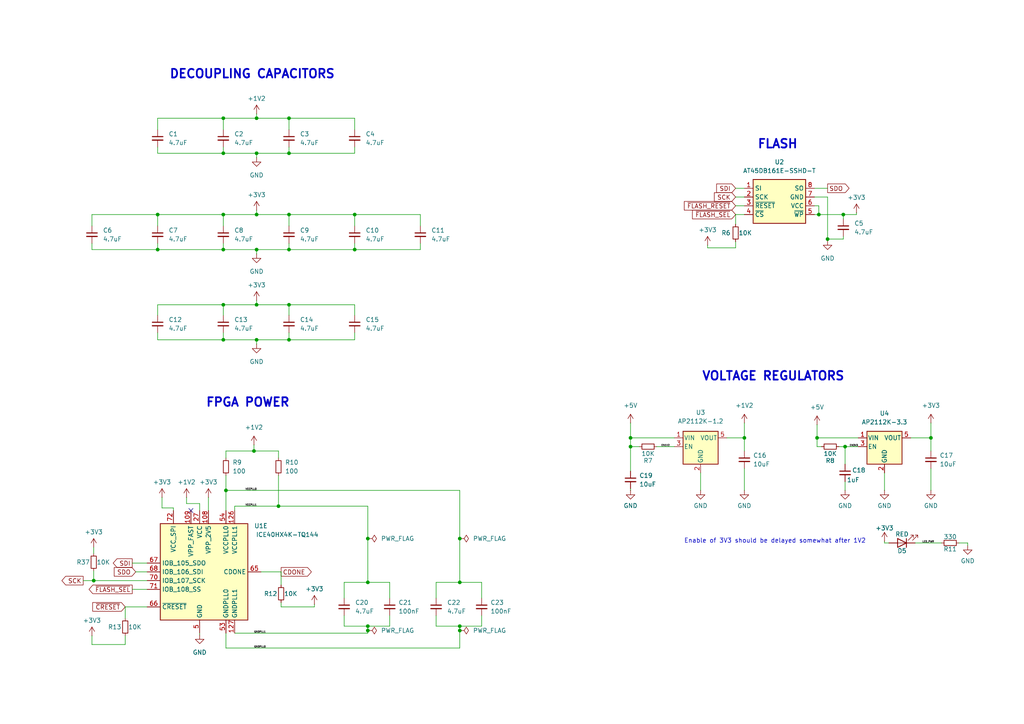
<source format=kicad_sch>
(kicad_sch (version 20231120) (generator "eeschema") (generator_version "8.0")
  (paper "A4")
  (title_block (title "vaudeo") (date "2025-01-22") (rev "Rev A") (comment 1 "A video and audeo board") (comment 3 "https://github.com/oricomp/vaudeo") (comment 4 "Created by Jacob Long"))
  (junction (at 74.422 62.23))
  (junction (at 45.72 62.23))
  (junction (at 133.35 181.61))
  (junction (at 83.82 62.23))
  (junction (at 83.82 98.552))
  (junction (at 106.68 181.61))
  (junction (at 215.9 127))
  (junction (at 245.11 129.54))
  (junction (at 74.422 72.39))
  (junction (at 106.68 156.21))
  (junction (at 73.66 130.81))
  (junction (at 83.82 44.45))
  (junction (at 64.77 44.45))
  (junction (at 182.88 129.54))
  (junction (at 74.422 88.392))
  (junction (at 244.602 62.23))
  (junction (at 237.49 62.23))
  (junction (at 240.03 69.342))
  (junction (at 106.68 182.88))
  (junction (at 236.982 127))
  (junction (at 74.422 34.29))
  (junction (at 83.82 34.29))
  (junction (at 64.77 72.39))
  (junction (at 106.68 168.91))
  (junction (at 133.35 168.91))
  (junction (at 80.772 146.812))
  (junction (at 27.178 168.402))
  (junction (at 102.87 62.23))
  (junction (at 45.72 72.39))
  (junction (at 182.88 127))
  (junction (at 64.77 88.392))
  (junction (at 83.82 72.39))
  (junction (at 83.82 88.392))
  (junction (at 64.77 98.552))
  (junction (at 102.87 72.39))
  (junction (at 64.77 34.29))
  (junction (at 74.422 44.45))
  (junction (at 270.002 127))
  (junction (at 64.77 62.23))
  (junction (at 133.35 156.21))
  (junction (at 65.532 142.24))
  (junction (at 74.422 98.552))
  (junction (at 133.35 182.88))
  (no_connect (at 55.372 148.082))
  (wire (pts (xy 74.422 44.45) (xy 83.82 44.45)))
  (wire (pts (xy 64.77 88.392) (xy 74.422 88.392)))
  (wire (pts (xy 213.36 62.23) (xy 213.36 65.024)))
  (wire (pts (xy 45.72 34.29) (xy 64.77 34.29)))
  (wire (pts (xy 248.412 62.23) (xy 244.602 62.23)))
  (wire (pts (xy 213.36 54.61) (xy 215.9 54.61)))
  (wire (pts (xy 64.77 65.532) (xy 64.77 62.23)))
  (wire (pts (xy 182.88 136.652) (xy 182.88 129.54)))
  (wire (pts (xy 80.772 137.922) (xy 80.772 146.812)))
  (wire (pts (xy 64.77 62.23) (xy 74.422 62.23)))
  (wire (pts (xy 182.88 127) (xy 182.88 129.54)))
  (wire (pts (xy 74.422 60.96) (xy 74.422 62.23)))
  (wire (pts (xy 65.532 142.24) (xy 133.35 142.24)))
  (wire (pts (xy 113.03 168.91) (xy 106.68 168.91)))
  (wire (pts (xy 256.54 157.48) (xy 257.81 157.48)))
  (wire (pts (xy 81.534 174.752) (xy 81.534 176.022)))
  (wire (pts (xy 83.82 34.29) (xy 83.82 37.592)))
  (wire (pts (xy 65.532 187.96) (xy 133.35 187.96)))
  (wire (pts (xy 133.35 156.21) (xy 133.35 142.24)))
  (wire (pts (xy 139.7 181.61) (xy 139.7 178.562)))
  (wire (pts (xy 102.87 44.45) (xy 83.82 44.45)))
  (wire (pts (xy 280.67 158.242) (xy 280.67 157.48)))
  (wire (pts (xy 113.03 178.562) (xy 113.03 181.61)))
  (wire (pts (xy 45.72 72.39) (xy 45.72 70.612)))
  (wire (pts (xy 45.72 37.592) (xy 45.72 34.29)))
  (wire (pts (xy 106.68 181.61) (xy 113.03 181.61)))
  (wire (pts (xy 106.68 182.88) (xy 106.68 181.61)))
  (wire (pts (xy 126.492 178.562) (xy 126.492 181.61)))
  (wire (pts (xy 213.36 62.23) (xy 215.9 62.23)))
  (wire (pts (xy 26.67 184.404) (xy 26.67 186.944)))
  (wire (pts (xy 57.912 184.15) (xy 57.912 183.642)))
  (wire (pts (xy 99.822 181.61) (xy 99.822 178.562)))
  (wire (pts (xy 38.354 163.322) (xy 42.672 163.322)))
  (wire (pts (xy 215.9 127) (xy 215.9 130.81)))
  (wire (pts (xy 133.35 168.91) (xy 126.492 168.91)))
  (wire (pts (xy 238.252 129.54) (xy 236.982 129.54)))
  (wire (pts (xy 64.77 72.39) (xy 74.422 72.39)))
  (wire (pts (xy 83.82 88.392) (xy 83.82 91.44)))
  (wire (pts (xy 270.002 122.682) (xy 270.002 127)))
  (wire (pts (xy 102.87 34.29) (xy 83.82 34.29)))
  (wire (pts (xy 182.88 127) (xy 195.58 127)))
  (wire (pts (xy 270.002 127) (xy 264.16 127)))
  (wire (pts (xy 24.13 168.402) (xy 27.178 168.402)))
  (wire (pts (xy 248.412 61.722) (xy 248.412 62.23)))
  (wire (pts (xy 64.77 91.44) (xy 64.77 88.392)))
  (wire (pts (xy 64.77 42.672) (xy 64.77 44.45)))
  (wire (pts (xy 45.72 62.23) (xy 64.77 62.23)))
  (wire (pts (xy 182.88 122.682) (xy 182.88 127)))
  (wire (pts (xy 74.422 33.02) (xy 74.422 34.29)))
  (wire (pts (xy 102.87 70.612) (xy 102.87 72.39)))
  (wire (pts (xy 83.82 72.39) (xy 102.87 72.39)))
  (wire (pts (xy 133.35 168.91) (xy 133.35 156.21)))
  (wire (pts (xy 126.492 181.61) (xy 133.35 181.61)))
  (wire (pts (xy 99.822 181.61) (xy 106.68 181.61)))
  (wire (pts (xy 83.82 62.23) (xy 83.82 65.532)))
  (wire (pts (xy 256.54 156.972) (xy 256.54 157.48)))
  (wire (pts (xy 213.36 57.15) (xy 215.9 57.15)))
  (wire (pts (xy 245.11 139.7) (xy 245.11 142.24)))
  (wire (pts (xy 26.67 72.39) (xy 45.72 72.39)))
  (wire (pts (xy 65.532 148.082) (xy 65.532 142.24)))
  (wire (pts (xy 106.68 168.91) (xy 106.68 156.21)))
  (wire (pts (xy 45.72 88.392) (xy 64.77 88.392)))
  (wire (pts (xy 81.534 176.022) (xy 91.186 176.022)))
  (wire (pts (xy 102.87 91.44) (xy 102.87 88.392)))
  (wire (pts (xy 81.534 165.862) (xy 81.534 169.672)))
  (wire (pts (xy 26.67 62.23) (xy 45.72 62.23)))
  (wire (pts (xy 102.87 37.592) (xy 102.87 34.29)))
  (wire (pts (xy 68.072 148.082) (xy 68.072 146.812)))
  (wire (pts (xy 102.87 88.392) (xy 83.82 88.392)))
  (wire (pts (xy 210.82 127) (xy 215.9 127)))
  (wire (pts (xy 213.36 59.69) (xy 215.9 59.69)))
  (wire (pts (xy 139.7 168.91) (xy 139.7 173.482)))
  (wire (pts (xy 74.422 34.29) (xy 83.82 34.29)))
  (wire (pts (xy 45.72 62.23) (xy 45.72 65.532)))
  (wire (pts (xy 64.77 44.45) (xy 74.422 44.45)))
  (wire (pts (xy 236.982 127) (xy 236.982 129.54)))
  (wire (pts (xy 36.322 176.022) (xy 36.322 179.324)))
  (wire (pts (xy 83.82 98.552) (xy 83.82 96.52)))
  (wire (pts (xy 113.03 173.482) (xy 113.03 168.91)))
  (wire (pts (xy 102.87 72.39) (xy 121.92 72.39)))
  (wire (pts (xy 121.92 72.39) (xy 121.92 70.612)))
  (wire (pts (xy 106.68 168.91) (xy 99.822 168.91)))
  (wire (pts (xy 99.822 168.91) (xy 99.822 173.482)))
  (wire (pts (xy 185.42 129.54) (xy 182.88 129.54)))
  (wire (pts (xy 133.35 168.91) (xy 139.7 168.91)))
  (wire (pts (xy 45.72 98.552) (xy 64.77 98.552)))
  (wire (pts (xy 240.03 57.15) (xy 240.03 69.342)))
  (wire (pts (xy 46.99 147.32) (xy 50.292 147.32)))
  (wire (pts (xy 102.87 42.672) (xy 102.87 44.45)))
  (wire (pts (xy 57.912 146.05) (xy 54.102 146.05)))
  (wire (pts (xy 215.9 142.24) (xy 215.9 135.89)))
  (wire (pts (xy 45.72 72.39) (xy 64.77 72.39)))
  (wire (pts (xy 244.602 69.342) (xy 240.03 69.342)))
  (wire (pts (xy 68.072 183.642) (xy 106.68 183.642)))
  (wire (pts (xy 27.178 168.402) (xy 42.672 168.402)))
  (wire (pts (xy 182.88 142.24) (xy 182.88 141.732)))
  (wire (pts (xy 45.72 96.52) (xy 45.72 98.552)))
  (wire (pts (xy 244.602 63.5) (xy 244.602 62.23)))
  (wire (pts (xy 270.002 130.81) (xy 270.002 127)))
  (wire (pts (xy 265.43 157.48) (xy 273.05 157.48)))
  (wire (pts (xy 245.11 129.54) (xy 248.92 129.54)))
  (wire (pts (xy 64.77 70.612) (xy 64.77 72.39)))
  (wire (pts (xy 102.87 96.52) (xy 102.87 98.552)))
  (wire (pts (xy 280.67 157.48) (xy 278.13 157.48)))
  (wire (pts (xy 36.322 176.022) (xy 42.672 176.022)))
  (wire (pts (xy 27.178 158.75) (xy 27.178 160.528)))
  (wire (pts (xy 74.422 98.552) (xy 74.422 99.822)))
  (wire (pts (xy 50.292 147.32) (xy 50.292 148.082)))
  (wire (pts (xy 102.87 98.552) (xy 83.82 98.552)))
  (wire (pts (xy 236.22 57.15) (xy 240.03 57.15)))
  (wire (pts (xy 83.82 44.45) (xy 83.82 42.672)))
  (wire (pts (xy 74.422 88.392) (xy 83.82 88.392)))
  (wire (pts (xy 106.68 156.21) (xy 106.68 146.812)))
  (wire (pts (xy 213.36 71.882) (xy 213.36 70.104)))
  (wire (pts (xy 26.67 65.532) (xy 26.67 62.23)))
  (wire (pts (xy 26.67 70.612) (xy 26.67 72.39)))
  (wire (pts (xy 65.532 137.922) (xy 65.532 142.24)))
  (wire (pts (xy 45.72 91.44) (xy 45.72 88.392)))
  (wire (pts (xy 26.67 186.944) (xy 36.322 186.944)))
  (wire (pts (xy 36.322 186.944) (xy 36.322 184.404)))
  (wire (pts (xy 38.354 170.942) (xy 42.672 170.942)))
  (wire (pts (xy 46.99 144.272) (xy 46.99 147.32)))
  (wire (pts (xy 102.87 62.23) (xy 121.92 62.23)))
  (wire (pts (xy 74.422 44.45) (xy 74.422 45.72)))
  (wire (pts (xy 27.178 165.608) (xy 27.178 168.402)))
  (wire (pts (xy 213.36 71.882) (xy 205.232 71.882)))
  (wire (pts (xy 106.68 183.642) (xy 106.68 182.88)))
  (wire (pts (xy 245.11 129.54) (xy 245.11 134.62)))
  (wire (pts (xy 64.77 34.29) (xy 74.422 34.29)))
  (wire (pts (xy 237.49 59.69) (xy 237.49 62.23)))
  (wire (pts (xy 65.532 130.81) (xy 73.66 130.81)))
  (wire (pts (xy 64.77 98.552) (xy 74.422 98.552)))
  (wire (pts (xy 121.92 62.23) (xy 121.92 65.532)))
  (wire (pts (xy 215.9 122.682) (xy 215.9 127)))
  (wire (pts (xy 256.54 142.24) (xy 256.54 137.16)))
  (wire (pts (xy 244.602 68.58) (xy 244.602 69.342)))
  (wire (pts (xy 45.72 44.45) (xy 64.77 44.45)))
  (wire (pts (xy 74.422 98.552) (xy 83.82 98.552)))
  (wire (pts (xy 65.532 183.642) (xy 65.532 187.96)))
  (wire (pts (xy 243.332 129.54) (xy 245.11 129.54)))
  (wire (pts (xy 39.37 165.862) (xy 42.672 165.862)))
  (wire (pts (xy 102.87 65.532) (xy 102.87 62.23)))
  (wire (pts (xy 126.492 173.482) (xy 126.492 168.91)))
  (wire (pts (xy 236.22 59.69) (xy 237.49 59.69)))
  (wire (pts (xy 244.602 62.23) (xy 237.49 62.23)))
  (wire (pts (xy 75.692 165.862) (xy 81.534 165.862)))
  (wire (pts (xy 80.772 146.812) (xy 106.68 146.812)))
  (wire (pts (xy 74.422 72.39) (xy 83.82 72.39)))
  (wire (pts (xy 80.772 130.81) (xy 73.66 130.81)))
  (wire (pts (xy 73.66 130.81) (xy 73.66 129.032)))
  (wire (pts (xy 270.002 142.24) (xy 270.002 135.89)))
  (wire (pts (xy 83.82 62.23) (xy 102.87 62.23)))
  (wire (pts (xy 57.912 148.082) (xy 57.912 146.05)))
  (wire (pts (xy 83.82 72.39) (xy 83.82 70.612)))
  (wire (pts (xy 133.35 182.88) (xy 133.35 187.96)))
  (wire (pts (xy 237.49 62.23) (xy 236.22 62.23)))
  (wire (pts (xy 68.072 146.812) (xy 80.772 146.812)))
  (wire (pts (xy 64.77 96.52) (xy 64.77 98.552)))
  (wire (pts (xy 203.2 142.24) (xy 203.2 137.16)))
  (wire (pts (xy 80.772 132.842) (xy 80.772 130.81)))
  (wire (pts (xy 65.532 132.842) (xy 65.532 130.81)))
  (wire (pts (xy 74.422 62.23) (xy 83.82 62.23)))
  (wire (pts (xy 60.452 144.272) (xy 60.452 148.082)))
  (wire (pts (xy 91.186 176.022) (xy 91.186 175.26)))
  (wire (pts (xy 54.102 146.05) (xy 54.102 144.272)))
  (wire (pts (xy 133.35 181.61) (xy 133.35 182.88)))
  (wire (pts (xy 236.982 123.19) (xy 236.982 127)))
  (wire (pts (xy 190.5 129.54) (xy 195.58 129.54)))
  (wire (pts (xy 236.22 54.61) (xy 240.03 54.61)))
  (wire (pts (xy 64.77 37.592) (xy 64.77 34.29)))
  (wire (pts (xy 133.35 181.61) (xy 139.7 181.61)))
  (wire (pts (xy 45.72 42.672) (xy 45.72 44.45)))
  (wire (pts (xy 74.422 87.122) (xy 74.422 88.392)))
  (wire (pts (xy 240.03 69.342) (xy 240.03 69.85)))
  (wire (pts (xy 74.422 72.39) (xy 74.422 73.66)))
  (wire (pts (xy 205.232 71.12) (xy 205.232 71.882)))
  (wire (pts (xy 236.982 127) (xy 248.92 127)))
  (text "FPGA POWER" (at 71.882 116.84 0) (effects (font (size 2.5 2.5) (thickness 0.5) (bold yes))))
  (text "FLASH" (at 225.552 41.91 0) (effects (font (size 2.5 2.5) (thickness 0.5) (bold yes))))
  (text "VOLTAGE REGULATORS" (at 224.282 109.22 0) (effects (font (size 2.5 2.5) (thickness 0.5) (bold yes))))
  (text "Enable of 3V3 should be delayed somewhat after 1V2" (at 224.79 156.972 0) (effects (font (size 1.27 1.27))))
  (text "DECOUPLING CAPACITORS" (at 73.152 21.59 0) (effects (font (size 2.5 2.5) (thickness 0.5) (bold yes))))
  (label "EN1V2" (at 191.77 129.54 0) (effects (font (size 0.5 0.5))))
  (label "LED_PWR" (at 267.462 157.48 0) (effects (font (size 0.5 0.5))))
  (label "EN3V3" (at 246.38 129.54 0) (effects (font (size 0.5 0.5))))
  (label "VCCPLL1" (at 71.12 146.812 0) (effects (font (size 0.5 0.5))))
  (label "GNDPLL0" (at 73.66 187.96 0) (effects (font (size 0.5 0.5))))
  (label "GNDPLL1" (at 73.66 183.642 0) (effects (font (size 0.5 0.5))))
  (label "VCCPLL0" (at 71.12 142.24 0) (effects (font (size 0.5 0.5))))
  (global_label "SCK" (shape input) (at 213.36 57.15 180) (property "Intersheetrefs" "${INTERSHEET_REFS}" (effects (hide yes))))
  (global_label "~{FLASH_SEL}" (shape input) (at 213.36 62.23 180) (property "Intersheetrefs" "${INTERSHEET_REFS}" (effects (hide yes))))
  (global_label "SDI" (shape input) (at 213.36 54.61 180) (property "Intersheetrefs" "${INTERSHEET_REFS}" (effects (hide yes))))
  (global_label "SDO" (shape input) (at 39.37 165.862 180) (property "Intersheetrefs" "${INTERSHEET_REFS}" (effects (hide yes))))
  (global_label "SCK" (shape output) (at 24.13 168.402 180) (property "Intersheetrefs" "${INTERSHEET_REFS}" (effects (hide yes))))
  (global_label "~{FLASH_SEL}" (shape output) (at 38.354 170.942 180) (property "Intersheetrefs" "${INTERSHEET_REFS}" (effects (hide yes))))
  (global_label "SDO" (shape output) (at 240.03 54.61 0) (property "Intersheetrefs" "${INTERSHEET_REFS}" (effects (hide yes))))
  (global_label "~{CRESET}" (shape input) (at 36.322 176.022 180) (property "Intersheetrefs" "${INTERSHEET_REFS}" (effects (hide yes))))
  (global_label "SDI" (shape output) (at 38.354 163.322 180) (property "Intersheetrefs" "${INTERSHEET_REFS}" (effects (hide yes))))
  (global_label "~{FLASH_RESET}" (shape input) (at 213.36 59.69 180) (property "Intersheetrefs" "${INTERSHEET_REFS}" (effects (hide yes))))
  (global_label "CDONE" (shape output) (at 81.534 165.862 0) (property "Intersheetrefs" "${INTERSHEET_REFS}" (effects (hide yes))))
  (symbol (lib_id "Device:C_Small") (at 113.03 176.022 0) (unit 1)
    (property "Reference" "C21" (at 115.57 174.7582 0) (effects (justify left)))
    (property "Value" "100nF" (at 115.57 177.2982 0) (effects (justify left)))
    (property "Footprint" "Capacitor_SMD:C_0805_2012Metric_Pad1.18x1.45mm_HandSolder" (effects (hide yes)))
    (property "Description" "Unpolarized capacitor, small symbol" (effects (hide yes)))
    (property "DigiKey" "https://www.digikey.com/en/products/detail/kyocera-avx/KGM21NR71H104KT/563505" (effects (hide yes)))
  )
  (symbol (lib_id "power:PWR_FLAG") (at 133.35 182.88 270) (unit 1)
    (property "Reference" "#FLG04" (effects (hide yes)))
    (property "Value" "PWR_FLAG" (at 137.16 182.8799 90) (effects (justify left)))
    (property "Description" "Special symbol for telling ERC where power comes from" (effects (hide yes)))
  )
  (symbol (lib_id "Device:R_Small") (at 187.96 129.54 90) (unit 1)
    (property "Reference" "R7" (at 187.96 133.604 90))
    (property "Value" "10K" (at 187.96 131.572 90))
    (property "Footprint" "Resistor_SMD:R_0805_2012Metric_Pad1.20x1.40mm_HandSolder" (effects (hide yes)))
    (property "Description" "Resistor, small symbol" (effects (hide yes)))
    (property "DigiKey" "https://www.digikey.com/en/products/detail/stackpole-electronics-inc/RNCP0805FTD10K0/2240262" (effects (hide yes)))
  )
  (symbol (lib_id "power:+3V3") (at 256.54 156.972 0) (unit 1)
    (property "Reference" "#PWR031" (effects (hide yes)))
    (property "Value" "+3V3" (at 256.54 153.162 0))
    (property "Description" "Power symbol creates a global label with name \"+3V3\"" (effects (hide yes)))
  )
  (symbol (lib_id "power:GND") (at 74.422 99.822 0) (unit 1)
    (property "Reference" "#PWR016" (effects (hide yes)))
    (property "Value" "GND" (at 74.422 104.902 0))
    (property "Description" "Power symbol creates a global label with name \"GND\" , ground" (effects (hide yes)))
  )
  (symbol (lib_id "Device:C_Small") (at 245.11 137.16 0) (unit 1)
    (property "Reference" "C18" (at 247.142 136.398 0) (effects (justify left)))
    (property "Value" "1uF" (at 245.618 139.192 0) (effects (justify left)))
    (property "Footprint" "Capacitor_SMD:C_0805_2012Metric_Pad1.18x1.45mm_HandSolder" (effects (hide yes)))
    (property "Description" "Unpolarized capacitor, small symbol" (effects (hide yes)))
    (property "DigiKey" "https://www.digikey.com/en/products/detail/samsung-electro-mechanics/CL21B105KAFNNNE/3886724" (effects (hide yes)))
  )
  (symbol (lib_id "power:GND") (at 245.11 142.24 0) (unit 1)
    (property "Reference" "#PWR025" (effects (hide yes)))
    (property "Value" "GND" (at 245.11 146.685 0))
    (property "Description" "Power symbol creates a global label with name \"GND\" , ground" (effects (hide yes)))
  )
  (symbol (lib_id "power:+3V3") (at 74.422 60.96 0) (unit 1)
    (property "Reference" "#PWR010" (effects (hide yes)))
    (property "Value" "+3V3" (at 74.422 56.515 0))
    (property "Description" "Power symbol creates a global label with name \"+3V3\"" (effects (hide yes)))
  )
  (symbol (lib_id "Regulator_Linear:AP2112K-3.3") (at 256.54 129.54 0) (unit 1)
    (property "Reference" "U4" (at 256.54 119.888 0))
    (property "Value" "AP2112K-3.3" (at 256.54 122.428 0))
    (property "Footprint" "Package_TO_SOT_SMD:SOT-23-5" (effects (hide yes)))
    (property "Datasheet" "https://www.diodes.com/assets/Datasheets/AP2112.pdf" (effects (hide yes)))
    (property "Description" "600mA low dropout linear regulator, with enable pin, 3.8V-6V input voltage range, 3.3V fixed positive output, SOT-23-5" (effects (hide yes)))
    (property "DigiKey" "https://www.digikey.com/en/products/detail/diodes-incorporated/AP2112K-3-3TRG1/4470746" (effects (hide yes)))
  )
  (symbol (lib_id "Device:C_Small") (at 121.92 68.072 0) (unit 1)
    (property "Reference" "C11" (at 125.095 66.8082 0) (effects (justify left)))
    (property "Value" "4.7uF" (at 125.095 69.3482 0) (effects (justify left)))
    (property "Footprint" "Capacitor_SMD:C_0805_2012Metric_Pad1.18x1.45mm_HandSolder" (effects (hide yes)))
    (property "Description" "Unpolarized capacitor, small symbol" (effects (hide yes)))
    (property "DigiKey" "https://www.digikey.com/en/products/detail/samsung-electro-mechanics/CL21A475KAQNNNE/3886902" (effects (hide yes)))
  )
  (symbol (lib_id "Device:C_Small") (at 102.87 93.98 0) (unit 1)
    (property "Reference" "C15" (at 106.045 92.7162 0) (effects (justify left)))
    (property "Value" "4.7uF" (at 106.045 95.2562 0) (effects (justify left)))
    (property "Footprint" "Capacitor_SMD:C_0805_2012Metric_Pad1.18x1.45mm_HandSolder" (effects (hide yes)))
    (property "Description" "Unpolarized capacitor, small symbol" (effects (hide yes)))
    (property "DigiKey" "https://www.digikey.com/en/products/detail/samsung-electro-mechanics/CL21A475KAQNNNE/3886902" (effects (hide yes)))
  )
  (symbol (lib_id "vaudeo:AT45DB161E-SSHD-T") (at 226.06 58.42 0) (unit 1)
    (property "Reference" "U2" (at 226.06 46.99 0))
    (property "Value" "AT45DB161E-SSHD-T" (at 226.06 49.53 0))
    (property "Footprint" "Package_SO:SOIC-8_3.9x4.9mm_P1.27mm" (effects (hide yes)))
    (property "Datasheet" "https://www.renesas.com/us/en/document/dst/at45db161e-datasheet?language=en&r=1608911" (effects (hide yes)))
    (property "DigiKey" "https://www.digikey.com/en/products/detail/renesas-electronics-corporation/AT45DB161E-SSHD-T/3828652" (effects (hide yes)))
  )
  (symbol (lib_id "Device:C_Small") (at 64.77 68.072 0) (unit 1)
    (property "Reference" "C8" (at 67.945 66.8082 0) (effects (justify left)))
    (property "Value" "4.7uF" (at 67.945 69.3482 0) (effects (justify left)))
    (property "Footprint" "Capacitor_SMD:C_0805_2012Metric_Pad1.18x1.45mm_HandSolder" (effects (hide yes)))
    (property "Description" "Unpolarized capacitor, small symbol" (effects (hide yes)))
    (property "DigiKey" "https://www.digikey.com/en/products/detail/samsung-electro-mechanics/CL21A475KAQNNNE/3886902" (effects (hide yes)))
  )
  (symbol (lib_id "Device:R_Small") (at 213.36 67.564 180) (unit 1)
    (property "Reference" "R6" (at 210.566 67.564 0))
    (property "Value" "10K" (at 216.154 67.564 0))
    (property "Footprint" "Resistor_SMD:R_0805_2012Metric_Pad1.20x1.40mm_HandSolder" (effects (hide yes)))
    (property "Description" "Resistor, small symbol" (effects (hide yes)))
    (property "DigiKey" "https://www.digikey.com/en/products/detail/stackpole-electronics-inc/RNCP0805FTD10K0/2240262" (effects (hide yes)))
  )
  (symbol (lib_id "power:+3V3") (at 74.422 87.122 0) (unit 1)
    (property "Reference" "#PWR015" (effects (hide yes)))
    (property "Value" "+3V3" (at 74.422 82.677 0))
    (property "Description" "Power symbol creates a global label with name \"+3V3\"" (effects (hide yes)))
  )
  (symbol (lib_id "Device:R_Small") (at 27.178 163.068 180) (unit 1)
    (property "Reference" "R37" (at 24.13 163.068 0))
    (property "Value" "10K" (at 29.972 163.068 0))
    (property "Footprint" "Resistor_SMD:R_0805_2012Metric_Pad1.20x1.40mm_HandSolder" (effects (hide yes)))
    (property "Description" "Resistor, small symbol" (effects (hide yes)))
    (property "DigiKey" "https://www.digikey.com/en/products/detail/stackpole-electronics-inc/RNCP0805FTD10K0/2240262" (effects (hide yes)))
  )
  (symbol (lib_id "Device:R_Small") (at 80.772 135.382 0) (unit 1)
    (property "Reference" "R10" (at 82.677 134.1119 0) (effects (justify left)))
    (property "Value" "100" (at 82.677 136.6519 0) (effects (justify left)))
    (property "Footprint" "Resistor_SMD:R_0805_2012Metric_Pad1.20x1.40mm_HandSolder" (effects (hide yes)))
    (property "Description" "Resistor, small symbol" (effects (hide yes)))
    (property "DigiKey" "https://www.digikey.com/en/products/detail/stackpole-electronics-inc/RNCP0805FTD100R/2240209" (effects (hide yes)))
  )
  (symbol (lib_id "power:GND") (at 270.002 142.24 0) (unit 1)
    (property "Reference" "#PWR027" (effects (hide yes)))
    (property "Value" "GND" (at 270.002 146.685 0))
    (property "Description" "Power symbol creates a global label with name \"GND\" , ground" (effects (hide yes)))
  )
  (symbol (lib_id "FPGA_Lattice:ICE40HX4K-TQ144") (at 57.912 165.862 0) (unit 5)
    (property "Reference" "U1" (at 75.692 152.527 0))
    (property "Value" "ICE40HX4K-TQ144" (at 83.312 155.067 0))
    (property "Footprint" "Package_QFP:TQFP-144_20x20mm_P0.5mm" (effects (hide yes)))
    (property "Datasheet" "http://www.latticesemi.com/Products/FPGAandCPLD/iCE40" (effects (hide yes)))
    (property "DigiKey" "https://www.digikey.com/en/products/detail/lattice-semiconductor-corporation/ICE40HX4K-TQ144/3083582" (effects (hide yes)))
  )
  (symbol (lib_id "Device:C_Small") (at 102.87 68.072 0) (unit 1)
    (property "Reference" "C10" (at 106.045 66.8082 0) (effects (justify left)))
    (property "Value" "4.7uF" (at 106.045 69.3482 0) (effects (justify left)))
    (property "Footprint" "Capacitor_SMD:C_0805_2012Metric_Pad1.18x1.45mm_HandSolder" (effects (hide yes)))
    (property "Description" "Unpolarized capacitor, small symbol" (effects (hide yes)))
    (property "DigiKey" "https://www.digikey.com/en/products/detail/samsung-electro-mechanics/CL21A475KAQNNNE/3886902" (effects (hide yes)))
  )
  (symbol (lib_id "Device:C_Small") (at 45.72 40.132 0) (unit 1)
    (property "Reference" "C1" (at 48.895 38.8682 0) (effects (justify left)))
    (property "Value" "4.7uF" (at 48.895 41.4082 0) (effects (justify left)))
    (property "Footprint" "Capacitor_SMD:C_0805_2012Metric_Pad1.18x1.45mm_HandSolder" (effects (hide yes)))
    (property "Description" "Unpolarized capacitor, small symbol" (effects (hide yes)))
    (property "DigiKey" "https://www.digikey.com/en/products/detail/samsung-electro-mechanics/CL21A475KAQNNNE/3886902" (effects (hide yes)))
  )
  (symbol (lib_id "power:GND") (at 182.88 142.24 0) (unit 1)
    (property "Reference" "#PWR022" (effects (hide yes)))
    (property "Value" "GND" (at 182.88 146.685 0))
    (property "Description" "Power symbol creates a global label with name \"GND\" , ground" (effects (hide yes)))
  )
  (symbol (lib_id "power:+3V3") (at 27.178 158.75 0) (unit 1)
    (property "Reference" "#PWR059" (effects (hide yes)))
    (property "Value" "+3V3" (at 27.178 154.305 0))
    (property "Description" "Power symbol creates a global label with name \"+3V3\"" (effects (hide yes)))
  )
  (symbol (lib_id "Device:C_Small") (at 182.88 139.192 0) (unit 1)
    (property "Reference" "C19" (at 185.42 137.9282 0) (effects (justify left)))
    (property "Value" "10uF" (at 185.42 140.4682 0) (effects (justify left)))
    (property "Footprint" "Capacitor_SMD:C_0805_2012Metric_Pad1.18x1.45mm_HandSolder" (effects (hide yes)))
    (property "Description" "Unpolarized capacitor, small symbol" (effects (hide yes)))
    (property "DigiKey" "https://www.digikey.com/en/products/detail/samsung-electro-mechanics/CL21A106KOQNNNE/3886754" (effects (hide yes)))
  )
  (symbol (lib_id "power:GND") (at 74.422 45.72 0) (unit 1)
    (property "Reference" "#PWR09" (effects (hide yes)))
    (property "Value" "GND" (at 74.422 50.8 0))
    (property "Description" "Power symbol creates a global label with name \"GND\" , ground" (effects (hide yes)))
  )
  (symbol (lib_id "power:GND") (at 74.422 73.66 0) (unit 1)
    (property "Reference" "#PWR014" (effects (hide yes)))
    (property "Value" "GND" (at 74.422 78.74 0))
    (property "Description" "Power symbol creates a global label with name \"GND\" , ground" (effects (hide yes)))
  )
  (symbol (lib_id "power:+3V3") (at 46.99 144.272 0) (unit 1)
    (property "Reference" "#PWR028" (effects (hide yes)))
    (property "Value" "+3V3" (at 46.99 139.827 0))
    (property "Description" "Power symbol creates a global label with name \"+3V3\"" (effects (hide yes)))
  )
  (symbol (lib_id "Device:R_Small") (at 275.59 157.48 270) (unit 1)
    (property "Reference" "R11" (at 275.59 159.258 90))
    (property "Value" "330" (at 275.59 155.702 90))
    (property "Footprint" "Resistor_SMD:R_0805_2012Metric_Pad1.20x1.40mm_HandSolder" (effects (hide yes)))
    (property "Description" "Resistor, small symbol" (effects (hide yes)))
    (property "DigiKey" "https://www.digikey.com/en/products/detail/koa-speer-electronics-inc/RK73B2ATTD331J/10236540" (effects (hide yes)))
  )
  (symbol (lib_id "power:PWR_FLAG") (at 133.35 156.21 270) (unit 1)
    (property "Reference" "#FLG02" (effects (hide yes)))
    (property "Value" "PWR_FLAG" (at 137.16 156.2099 90) (effects (justify left)))
    (property "Description" "Special symbol for telling ERC where power comes from" (effects (hide yes)))
  )
  (symbol (lib_id "Device:C_Small") (at 45.72 68.072 0) (unit 1)
    (property "Reference" "C7" (at 48.895 66.8082 0) (effects (justify left)))
    (property "Value" "4.7uF" (at 48.895 69.3482 0) (effects (justify left)))
    (property "Footprint" "Capacitor_SMD:C_0805_2012Metric_Pad1.18x1.45mm_HandSolder" (effects (hide yes)))
    (property "Description" "Unpolarized capacitor, small symbol" (effects (hide yes)))
    (property "DigiKey" "https://www.digikey.com/en/products/detail/samsung-electro-mechanics/CL21A475KAQNNNE/3886902" (effects (hide yes)))
  )
  (symbol (lib_id "Device:C_Small") (at 45.72 93.98 0) (unit 1)
    (property "Reference" "C12" (at 48.895 92.7162 0) (effects (justify left)))
    (property "Value" "4.7uF" (at 48.895 95.2562 0) (effects (justify left)))
    (property "Footprint" "Capacitor_SMD:C_0805_2012Metric_Pad1.18x1.45mm_HandSolder" (effects (hide yes)))
    (property "Description" "Unpolarized capacitor, small symbol" (effects (hide yes)))
    (property "DigiKey" "https://www.digikey.com/en/products/detail/samsung-electro-mechanics/CL21A475KAQNNNE/3886902" (effects (hide yes)))
  )
  (symbol (lib_id "Device:C_Small") (at 244.602 66.04 0) (unit 1)
    (property "Reference" "C5" (at 247.777 64.7762 0) (effects (justify left)))
    (property "Value" "4.7uF" (at 247.777 67.3162 0) (effects (justify left)))
    (property "Footprint" "Capacitor_SMD:C_0805_2012Metric_Pad1.18x1.45mm_HandSolder" (effects (hide yes)))
    (property "Description" "Unpolarized capacitor, small symbol" (effects (hide yes)))
    (property "DigiKey" "https://www.digikey.com/en/products/detail/samsung-electro-mechanics/CL21A475KAQNNNE/3886902" (effects (hide yes)))
  )
  (symbol (lib_id "Regulator_Linear:AP2112K-1.2") (at 203.2 129.54 0) (unit 1)
    (property "Reference" "U3" (at 203.2 119.634 0))
    (property "Value" "AP2112K-1.2" (at 203.2 122.174 0))
    (property "Footprint" "Package_TO_SOT_SMD:SOT-23-5" (effects (hide yes)))
    (property "Datasheet" "https://www.diodes.com/assets/Datasheets/AP2112.pdf" (effects (hide yes)))
    (property "Description" "600mA low dropout linear regulator, with enable pin, 2.5V-6V input voltage range, 1.2V fixed positive output, SOT-23-5" (effects (hide yes)))
    (property "DigiKey" "https://www.digikey.com/en/products/detail/diodes-incorporated/AP2112K-1-2TRG1/4570636" (effects (hide yes)))
  )
  (symbol (lib_id "power:GND") (at 280.67 158.242 0) (unit 1)
    (property "Reference" "#PWR032" (effects (hide yes)))
    (property "Value" "GND" (at 280.67 162.687 0))
    (property "Description" "Power symbol creates a global label with name \"GND\" , ground" (effects (hide yes)))
  )
  (symbol (lib_id "Device:R_Small") (at 65.532 135.382 0) (unit 1)
    (property "Reference" "R9" (at 67.437 134.1119 0) (effects (justify left)))
    (property "Value" "100" (at 67.437 136.6519 0) (effects (justify left)))
    (property "Footprint" "Resistor_SMD:R_0805_2012Metric_Pad1.20x1.40mm_HandSolder" (effects (hide yes)))
    (property "Description" "Resistor, small symbol" (effects (hide yes)))
    (property "DigiKey" "https://www.digikey.com/en/products/detail/stackpole-electronics-inc/RNCP0805FTD100R/2240209" (effects (hide yes)))
  )
  (symbol (lib_id "Device:C_Small") (at 99.822 176.022 0) (unit 1)
    (property "Reference" "C20" (at 102.997 174.7582 0) (effects (justify left)))
    (property "Value" "4.7uF" (at 102.997 177.2982 0) (effects (justify left)))
    (property "Footprint" "Capacitor_SMD:C_0805_2012Metric_Pad1.18x1.45mm_HandSolder" (effects (hide yes)))
    (property "Description" "Unpolarized capacitor, small symbol" (effects (hide yes)))
    (property "DigiKey" "https://www.digikey.com/en/products/detail/samsung-electro-mechanics/CL21A475KAQNNNE/3886902" (effects (hide yes)))
  )
  (symbol (lib_id "Device:C_Small") (at 270.002 133.35 0) (unit 1)
    (property "Reference" "C17" (at 272.542 132.0862 0) (effects (justify left)))
    (property "Value" "10uF" (at 272.542 134.6262 0) (effects (justify left)))
    (property "Footprint" "Capacitor_SMD:C_0805_2012Metric_Pad1.18x1.45mm_HandSolder" (effects (hide yes)))
    (property "Description" "Unpolarized capacitor, small symbol" (effects (hide yes)))
    (property "DigiKey" "https://www.digikey.com/en/products/detail/samsung-electro-mechanics/CL21A106KOQNNNE/3886754" (effects (hide yes)))
  )
  (symbol (lib_id "power:+5V") (at 182.88 122.682 0) (unit 1)
    (property "Reference" "#PWR017" (effects (hide yes)))
    (property "Value" "+5V" (at 182.88 117.602 0))
    (property "Description" "Power symbol creates a global label with name \"+5V\"" (effects (hide yes)))
  )
  (symbol (lib_id "power:+1V2") (at 73.66 129.032 0) (unit 1)
    (property "Reference" "#PWR021" (effects (hide yes)))
    (property "Value" "+1V2" (at 73.66 123.952 0))
    (property "Description" "Power symbol creates a global label with name \"+1V2\"" (effects (hide yes)))
  )
  (symbol (lib_id "power:+1V2") (at 54.102 144.272 0) (unit 1)
    (property "Reference" "#PWR029" (effects (hide yes)))
    (property "Value" "+1V2" (at 54.102 139.827 0))
    (property "Description" "Power symbol creates a global label with name \"+1V2\"" (effects (hide yes)))
  )
  (symbol (lib_id "power:GND") (at 240.03 69.85 0) (unit 1)
    (property "Reference" "#PWR012" (effects (hide yes)))
    (property "Value" "GND" (at 240.03 74.93 0))
    (property "Description" "Power symbol creates a global label with name \"GND\" , ground" (effects (hide yes)))
  )
  (symbol (lib_id "power:GND") (at 203.2 142.24 0) (unit 1)
    (property "Reference" "#PWR023" (effects (hide yes)))
    (property "Value" "GND" (at 203.2 146.685 0))
    (property "Description" "Power symbol creates a global label with name \"GND\" , ground" (effects (hide yes)))
  )
  (symbol (lib_id "power:+3V3") (at 91.186 175.26 0) (unit 1)
    (property "Reference" "#PWR033" (effects (hide yes)))
    (property "Value" "+3V3" (at 91.186 170.815 0))
    (property "Description" "Power symbol creates a global label with name \"+3V3\"" (effects (hide yes)))
  )
  (symbol (lib_id "Device:LED") (at 261.62 157.48 180) (unit 1)
    (property "Reference" "D5" (at 261.62 159.766 0))
    (property "Value" "RED" (at 261.62 154.94 0))
    (property "Footprint" "Diode_SMD:D_0805_2012Metric" (effects (hide yes)))
    (property "Description" "Light emitting diode" (effects (hide yes)))
    (property "DigiKey" "https://www.digikey.com/en/products/detail/w%C3%BCrth-elektronik/150080SS75000/4489921" (effects (hide yes)))
  )
  (symbol (lib_id "Device:R_Small") (at 240.792 129.54 90) (unit 1)
    (property "Reference" "R8" (at 240.792 133.604 90))
    (property "Value" "10K" (at 240.792 131.572 90))
    (property "Footprint" "Resistor_SMD:R_0805_2012Metric_Pad1.20x1.40mm_HandSolder" (effects (hide yes)))
    (property "Description" "Resistor, small symbol" (effects (hide yes)))
    (property "DigiKey" "https://www.digikey.com/en/products/detail/stackpole-electronics-inc/RNCP0805FTD10K0/2240262" (effects (hide yes)))
  )
  (symbol (lib_id "power:+3V3") (at 248.412 61.722 0) (unit 1)
    (property "Reference" "#PWR011" (effects (hide yes)))
    (property "Value" "+3V3" (at 248.412 57.277 0))
    (property "Description" "Power symbol creates a global label with name \"+3V3\"" (effects (hide yes)))
  )
  (symbol (lib_id "Device:C_Small") (at 83.82 68.072 0) (unit 1)
    (property "Reference" "C9" (at 86.995 66.8082 0) (effects (justify left)))
    (property "Value" "4.7uF" (at 86.995 69.3482 0) (effects (justify left)))
    (property "Footprint" "Capacitor_SMD:C_0805_2012Metric_Pad1.18x1.45mm_HandSolder" (effects (hide yes)))
    (property "Description" "Unpolarized capacitor, small symbol" (effects (hide yes)))
    (property "DigiKey" "https://www.digikey.com/en/products/detail/samsung-electro-mechanics/CL21A475KAQNNNE/3886902" (effects (hide yes)))
  )
  (symbol (lib_id "power:+3V3") (at 60.452 144.272 0) (unit 1)
    (property "Reference" "#PWR030" (effects (hide yes)))
    (property "Value" "+3V3" (at 60.452 139.827 0))
    (property "Description" "Power symbol creates a global label with name \"+3V3\"" (effects (hide yes)))
  )
  (symbol (lib_id "power:+3V3") (at 270.002 122.682 0) (unit 1)
    (property "Reference" "#PWR019" (effects (hide yes)))
    (property "Value" "+3V3" (at 270.002 117.602 0))
    (property "Description" "Power symbol creates a global label with name \"+3V3\"" (effects (hide yes)))
  )
  (symbol (lib_id "power:PWR_FLAG") (at 106.68 182.88 270) (unit 1)
    (property "Reference" "#FLG03" (effects (hide yes)))
    (property "Value" "PWR_FLAG" (at 110.49 182.8799 90) (effects (justify left)))
    (property "Description" "Special symbol for telling ERC where power comes from" (effects (hide yes)))
  )
  (symbol (lib_id "Device:C_Small") (at 83.82 93.98 0) (unit 1)
    (property "Reference" "C14" (at 86.995 92.7162 0) (effects (justify left)))
    (property "Value" "4.7uF" (at 86.995 95.2562 0) (effects (justify left)))
    (property "Footprint" "Capacitor_SMD:C_0805_2012Metric_Pad1.18x1.45mm_HandSolder" (effects (hide yes)))
    (property "Description" "Unpolarized capacitor, small symbol" (effects (hide yes)))
    (property "DigiKey" "https://www.digikey.com/en/products/detail/samsung-electro-mechanics/CL21A475KAQNNNE/3886902" (effects (hide yes)))
  )
  (symbol (lib_id "power:PWR_FLAG") (at 106.68 156.21 270) (unit 1)
    (property "Reference" "#FLG01" (effects (hide yes)))
    (property "Value" "PWR_FLAG" (at 110.49 156.2099 90) (effects (justify left)))
    (property "Description" "Special symbol for telling ERC where power comes from" (effects (hide yes)))
  )
  (symbol (lib_id "power:+1V2") (at 215.9 122.682 0) (unit 1)
    (property "Reference" "#PWR018" (effects (hide yes)))
    (property "Value" "+1V2" (at 215.9 117.602 0))
    (property "Description" "Power symbol creates a global label with name \"+1V2\"" (effects (hide yes)))
  )
  (symbol (lib_id "Device:R_Small") (at 81.534 172.212 180) (unit 1)
    (property "Reference" "R12" (at 78.486 172.212 0))
    (property "Value" "10K" (at 84.328 172.212 0))
    (property "Footprint" "Resistor_SMD:R_0805_2012Metric_Pad1.20x1.40mm_HandSolder" (effects (hide yes)))
    (property "Description" "Resistor, small symbol" (effects (hide yes)))
    (property "DigiKey" "https://www.digikey.com/en/products/detail/stackpole-electronics-inc/RNCP0805FTD10K0/2240262" (effects (hide yes)))
  )
  (symbol (lib_id "Device:C_Small") (at 126.492 176.022 0) (unit 1)
    (property "Reference" "C22" (at 129.667 174.7582 0) (effects (justify left)))
    (property "Value" "4.7uF" (at 129.667 177.2982 0) (effects (justify left)))
    (property "Footprint" "Capacitor_SMD:C_0805_2012Metric_Pad1.18x1.45mm_HandSolder" (effects (hide yes)))
    (property "Description" "Unpolarized capacitor, small symbol" (effects (hide yes)))
    (property "DigiKey" "https://www.digikey.com/en/products/detail/samsung-electro-mechanics/CL21A475KAQNNNE/3886902" (effects (hide yes)))
  )
  (symbol (lib_id "Device:C_Small") (at 64.77 93.98 0) (unit 1)
    (property "Reference" "C13" (at 67.945 92.7162 0) (effects (justify left)))
    (property "Value" "4.7uF" (at 67.945 95.2562 0) (effects (justify left)))
    (property "Footprint" "Capacitor_SMD:C_0805_2012Metric_Pad1.18x1.45mm_HandSolder" (effects (hide yes)))
    (property "Description" "Unpolarized capacitor, small symbol" (effects (hide yes)))
    (property "DigiKey" "https://www.digikey.com/en/products/detail/samsung-electro-mechanics/CL21A475KAQNNNE/3886902" (effects (hide yes)))
  )
  (symbol (lib_id "power:+5V") (at 236.982 123.19 0) (unit 1)
    (property "Reference" "#PWR020" (effects (hide yes)))
    (property "Value" "+5V" (at 236.982 118.11 0))
    (property "Description" "Power symbol creates a global label with name \"+5V\"" (effects (hide yes)))
  )
  (symbol (lib_id "power:GND") (at 215.9 142.24 0) (unit 1)
    (property "Reference" "#PWR024" (effects (hide yes)))
    (property "Value" "GND" (at 215.9 146.685 0))
    (property "Description" "Power symbol creates a global label with name \"GND\" , ground" (effects (hide yes)))
  )
  (symbol (lib_id "power:GND") (at 57.912 184.15 0) (unit 1)
    (property "Reference" "#PWR034" (effects (hide yes)))
    (property "Value" "GND" (at 57.912 189.23 0))
    (property "Description" "Power symbol creates a global label with name \"GND\" , ground" (effects (hide yes)))
  )
  (symbol (lib_id "Device:C_Small") (at 83.82 40.132 0) (unit 1)
    (property "Reference" "C3" (at 86.995 38.8682 0) (effects (justify left)))
    (property "Value" "4.7uF" (at 86.995 41.4082 0) (effects (justify left)))
    (property "Footprint" "Capacitor_SMD:C_0805_2012Metric_Pad1.18x1.45mm_HandSolder" (effects (hide yes)))
    (property "Description" "Unpolarized capacitor, small symbol" (effects (hide yes)))
    (property "DigiKey" "https://www.digikey.com/en/products/detail/samsung-electro-mechanics/CL21A475KAQNNNE/3886902" (effects (hide yes)))
  )
  (symbol (lib_id "Device:C_Small") (at 102.87 40.132 0) (unit 1)
    (property "Reference" "C4" (at 106.045 38.8682 0) (effects (justify left)))
    (property "Value" "4.7uF" (at 106.045 41.4082 0) (effects (justify left)))
    (property "Footprint" "Capacitor_SMD:C_0805_2012Metric_Pad1.18x1.45mm_HandSolder" (effects (hide yes)))
    (property "Description" "Unpolarized capacitor, small symbol" (effects (hide yes)))
    (property "DigiKey" "https://www.digikey.com/en/products/detail/samsung-electro-mechanics/CL21A475KAQNNNE/3886902" (effects (hide yes)))
  )
  (symbol (lib_id "power:+1V2") (at 74.422 33.02 0) (unit 1)
    (property "Reference" "#PWR08" (effects (hide yes)))
    (property "Value" "+1V2" (at 74.422 28.575 0))
    (property "Description" "Power symbol creates a global label with name \"+1V2\"" (effects (hide yes)))
  )
  (symbol (lib_id "power:GND") (at 256.54 142.24 0) (unit 1)
    (property "Reference" "#PWR026" (effects (hide yes)))
    (property "Value" "GND" (at 256.54 146.685 0))
    (property "Description" "Power symbol creates a global label with name \"GND\" , ground" (effects (hide yes)))
  )
  (symbol (lib_id "Device:C_Small") (at 26.67 68.072 0) (unit 1)
    (property "Reference" "C6" (at 29.845 66.8082 0) (effects (justify left)))
    (property "Value" "4.7uF" (at 29.845 69.3482 0) (effects (justify left)))
    (property "Footprint" "Capacitor_SMD:C_0805_2012Metric_Pad1.18x1.45mm_HandSolder" (effects (hide yes)))
    (property "Description" "Unpolarized capacitor, small symbol" (effects (hide yes)))
    (property "DigiKey" "https://www.digikey.com/en/products/detail/samsung-electro-mechanics/CL21A475KAQNNNE/3886902" (effects (hide yes)))
  )
  (symbol (lib_id "Device:C_Small") (at 139.7 176.022 0) (unit 1)
    (property "Reference" "C23" (at 142.24 174.7582 0) (effects (justify left)))
    (property "Value" "100nF" (at 142.24 177.2982 0) (effects (justify left)))
    (property "Footprint" "Capacitor_SMD:C_0805_2012Metric_Pad1.18x1.45mm_HandSolder" (effects (hide yes)))
    (property "Description" "Unpolarized capacitor, small symbol" (effects (hide yes)))
    (property "DigiKey" "https://www.digikey.com/en/products/detail/kyocera-avx/KGM21NR71H104KT/563505" (effects (hide yes)))
  )
  (symbol (lib_id "power:+3V3") (at 26.67 184.404 0) (unit 1)
    (property "Reference" "#PWR035" (effects (hide yes)))
    (property "Value" "+3V3" (at 26.67 179.959 0))
    (property "Description" "Power symbol creates a global label with name \"+3V3\"" (effects (hide yes)))
  )
  (symbol (lib_id "Device:C_Small") (at 64.77 40.132 0) (unit 1)
    (property "Reference" "C2" (at 67.945 38.8682 0) (effects (justify left)))
    (property "Value" "4.7uF" (at 67.945 41.4082 0) (effects (justify left)))
    (property "Footprint" "Capacitor_SMD:C_0805_2012Metric_Pad1.18x1.45mm_HandSolder" (effects (hide yes)))
    (property "Description" "Unpolarized capacitor, small symbol" (effects (hide yes)))
    (property "DigiKey" "https://www.digikey.com/en/products/detail/samsung-electro-mechanics/CL21A475KAQNNNE/3886902" (effects (hide yes)))
  )
  (symbol (lib_id "power:+3V3") (at 205.232 71.12 0) (unit 1)
    (property "Reference" "#PWR013" (effects (hide yes)))
    (property "Value" "+3V3" (at 205.232 66.675 0))
    (property "Description" "Power symbol creates a global label with name \"+3V3\"" (effects (hide yes)))
  )
  (symbol (lib_id "Device:C_Small") (at 215.9 133.35 0) (unit 1)
    (property "Reference" "C16" (at 218.44 132.0862 0) (effects (justify left)))
    (property "Value" "10uF" (at 218.44 134.6262 0) (effects (justify left)))
    (property "Footprint" "Capacitor_SMD:C_0805_2012Metric_Pad1.18x1.45mm_HandSolder" (effects (hide yes)))
    (property "Description" "Unpolarized capacitor, small symbol" (effects (hide yes)))
    (property "DigiKey" "https://www.digikey.com/en/products/detail/samsung-electro-mechanics/CL21A106KOQNNNE/3886754" (effects (hide yes)))
  )
  (symbol (lib_id "Device:R_Small") (at 36.322 181.864 180) (unit 1)
    (property "Reference" "R13" (at 33.274 181.864 0))
    (property "Value" "10K" (at 39.116 181.864 0))
    (property "Footprint" "Resistor_SMD:R_0805_2012Metric_Pad1.20x1.40mm_HandSolder" (effects (hide yes)))
    (property "Description" "Resistor, small symbol" (effects (hide yes)))
    (property "DigiKey" "https://www.digikey.com/en/products/detail/stackpole-electronics-inc/RNCP0805FTD10K0/2240262" (effects (hide yes)))
  )
)
</source>
